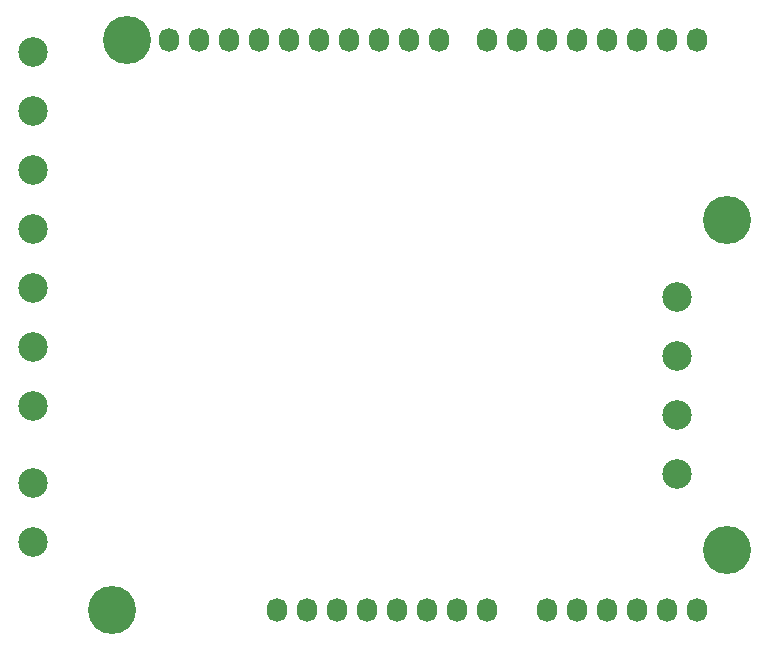
<source format=gbr>
G04 #@! TF.FileFunction,Soldermask,Bot*
%FSLAX46Y46*%
G04 Gerber Fmt 4.6, Leading zero omitted, Abs format (unit mm)*
G04 Created by KiCad (PCBNEW 4.0.4-stable) date 04/08/17 18:27:17*
%MOMM*%
%LPD*%
G01*
G04 APERTURE LIST*
%ADD10C,0.100000*%
%ADD11O,1.727200X2.032000*%
%ADD12C,4.064000*%
%ADD13C,2.500000*%
G04 APERTURE END LIST*
D10*
D11*
X138938000Y-123825000D03*
X141478000Y-123825000D03*
X144018000Y-123825000D03*
X146558000Y-123825000D03*
X149098000Y-123825000D03*
X151638000Y-123825000D03*
X154178000Y-123825000D03*
X156718000Y-123825000D03*
X161798000Y-123825000D03*
X164338000Y-123825000D03*
X166878000Y-123825000D03*
X169418000Y-123825000D03*
X171958000Y-123825000D03*
X174498000Y-123825000D03*
X129794000Y-75565000D03*
X132334000Y-75565000D03*
X134874000Y-75565000D03*
X137414000Y-75565000D03*
X139954000Y-75565000D03*
X142494000Y-75565000D03*
X145034000Y-75565000D03*
X147574000Y-75565000D03*
X150114000Y-75565000D03*
X152654000Y-75565000D03*
X156718000Y-75565000D03*
X159258000Y-75565000D03*
X161798000Y-75565000D03*
X164338000Y-75565000D03*
X166878000Y-75565000D03*
X169418000Y-75565000D03*
X171958000Y-75565000D03*
X174498000Y-75565000D03*
D12*
X124968000Y-123825000D03*
X177038000Y-118745000D03*
X126238000Y-75565000D03*
X177038000Y-90805000D03*
D13*
X172748000Y-97365000D03*
X172748000Y-102365000D03*
X172748000Y-112365000D03*
X172748000Y-107365000D03*
X118248000Y-106615000D03*
X118248000Y-101615000D03*
X118248000Y-96615000D03*
X118248000Y-91615000D03*
X118248000Y-86615000D03*
X118248000Y-76615000D03*
X118248000Y-81615000D03*
X118248000Y-113115000D03*
X118248000Y-118115000D03*
M02*

</source>
